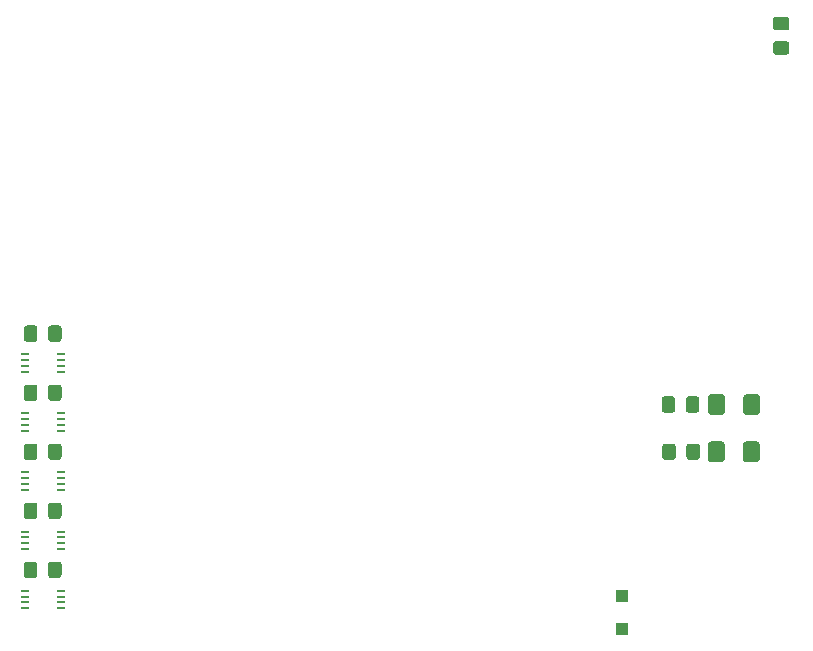
<source format=gbr>
G04 #@! TF.GenerationSoftware,KiCad,Pcbnew,(5.99.0-1662-g9db296991)*
G04 #@! TF.CreationDate,2020-05-23T19:33:27+05:30*
G04 #@! TF.ProjectId,Locker1,4c6f636b-6572-4312-9e6b-696361645f70,rev?*
G04 #@! TF.SameCoordinates,Original*
G04 #@! TF.FileFunction,Paste,Top*
G04 #@! TF.FilePolarity,Positive*
%FSLAX46Y46*%
G04 Gerber Fmt 4.6, Leading zero omitted, Abs format (unit mm)*
G04 Created by KiCad (PCBNEW (5.99.0-1662-g9db296991)) date 2020-05-23 19:33:27*
%MOMM*%
%LPD*%
G01*
G04 APERTURE LIST*
%ADD10R,0.750000X0.250000*%
%ADD11R,1.100000X1.100000*%
G04 APERTURE END LIST*
D10*
X34550000Y-47750000D03*
X34550000Y-48250000D03*
X34550000Y-48750000D03*
X34550000Y-49250000D03*
X31450000Y-49250000D03*
X31450000Y-48750000D03*
X31450000Y-48250000D03*
X31450000Y-47750000D03*
X34550000Y-67750000D03*
X34550000Y-68250000D03*
X34550000Y-68750000D03*
X34550000Y-69250000D03*
X31450000Y-69250000D03*
X31450000Y-68750000D03*
X31450000Y-68250000D03*
X31450000Y-67750000D03*
X34550000Y-62750000D03*
X34550000Y-63250000D03*
X34550000Y-63750000D03*
X34550000Y-64250000D03*
X31450000Y-64250000D03*
X31450000Y-63750000D03*
X31450000Y-63250000D03*
X31450000Y-62750000D03*
X34550000Y-57750000D03*
X34550000Y-58250000D03*
X34550000Y-58750000D03*
X34550000Y-59250000D03*
X31450000Y-59250000D03*
X31450000Y-58750000D03*
X31450000Y-58250000D03*
X31450000Y-57750000D03*
X34550000Y-52750000D03*
X34550000Y-53250000D03*
X34550000Y-53750000D03*
X34550000Y-54250000D03*
X31450000Y-54250000D03*
X31450000Y-53750000D03*
X31450000Y-53250000D03*
X31450000Y-52750000D03*
G36*
G01*
X33425000Y-66450001D02*
X33425000Y-65549999D01*
G75*
G02*
X33674999Y-65300000I249999J0D01*
G01*
X34325001Y-65300000D01*
G75*
G02*
X34575000Y-65549999I0J-249999D01*
G01*
X34575000Y-66450001D01*
G75*
G02*
X34325001Y-66700000I-249999J0D01*
G01*
X33674999Y-66700000D01*
G75*
G02*
X33425000Y-66450001I0J249999D01*
G01*
G37*
G36*
G01*
X31375000Y-66450001D02*
X31375000Y-65549999D01*
G75*
G02*
X31624999Y-65300000I249999J0D01*
G01*
X32275001Y-65300000D01*
G75*
G02*
X32525000Y-65549999I0J-249999D01*
G01*
X32525000Y-66450001D01*
G75*
G02*
X32275001Y-66700000I-249999J0D01*
G01*
X31624999Y-66700000D01*
G75*
G02*
X31375000Y-66450001I0J249999D01*
G01*
G37*
G36*
G01*
X33425000Y-61450001D02*
X33425000Y-60549999D01*
G75*
G02*
X33674999Y-60300000I249999J0D01*
G01*
X34325001Y-60300000D01*
G75*
G02*
X34575000Y-60549999I0J-249999D01*
G01*
X34575000Y-61450001D01*
G75*
G02*
X34325001Y-61700000I-249999J0D01*
G01*
X33674999Y-61700000D01*
G75*
G02*
X33425000Y-61450001I0J249999D01*
G01*
G37*
G36*
G01*
X31375000Y-61450001D02*
X31375000Y-60549999D01*
G75*
G02*
X31624999Y-60300000I249999J0D01*
G01*
X32275001Y-60300000D01*
G75*
G02*
X32525000Y-60549999I0J-249999D01*
G01*
X32525000Y-61450001D01*
G75*
G02*
X32275001Y-61700000I-249999J0D01*
G01*
X31624999Y-61700000D01*
G75*
G02*
X31375000Y-61450001I0J249999D01*
G01*
G37*
G36*
G01*
X33425000Y-56450001D02*
X33425000Y-55549999D01*
G75*
G02*
X33674999Y-55300000I249999J0D01*
G01*
X34325001Y-55300000D01*
G75*
G02*
X34575000Y-55549999I0J-249999D01*
G01*
X34575000Y-56450001D01*
G75*
G02*
X34325001Y-56700000I-249999J0D01*
G01*
X33674999Y-56700000D01*
G75*
G02*
X33425000Y-56450001I0J249999D01*
G01*
G37*
G36*
G01*
X31375000Y-56450001D02*
X31375000Y-55549999D01*
G75*
G02*
X31624999Y-55300000I249999J0D01*
G01*
X32275001Y-55300000D01*
G75*
G02*
X32525000Y-55549999I0J-249999D01*
G01*
X32525000Y-56450001D01*
G75*
G02*
X32275001Y-56700000I-249999J0D01*
G01*
X31624999Y-56700000D01*
G75*
G02*
X31375000Y-56450001I0J249999D01*
G01*
G37*
G36*
G01*
X33425000Y-51450001D02*
X33425000Y-50549999D01*
G75*
G02*
X33674999Y-50300000I249999J0D01*
G01*
X34325001Y-50300000D01*
G75*
G02*
X34575000Y-50549999I0J-249999D01*
G01*
X34575000Y-51450001D01*
G75*
G02*
X34325001Y-51700000I-249999J0D01*
G01*
X33674999Y-51700000D01*
G75*
G02*
X33425000Y-51450001I0J249999D01*
G01*
G37*
G36*
G01*
X31375000Y-51450001D02*
X31375000Y-50549999D01*
G75*
G02*
X31624999Y-50300000I249999J0D01*
G01*
X32275001Y-50300000D01*
G75*
G02*
X32525000Y-50549999I0J-249999D01*
G01*
X32525000Y-51450001D01*
G75*
G02*
X32275001Y-51700000I-249999J0D01*
G01*
X31624999Y-51700000D01*
G75*
G02*
X31375000Y-51450001I0J249999D01*
G01*
G37*
G36*
G01*
X33425000Y-46450001D02*
X33425000Y-45549999D01*
G75*
G02*
X33674999Y-45300000I249999J0D01*
G01*
X34325001Y-45300000D01*
G75*
G02*
X34575000Y-45549999I0J-249999D01*
G01*
X34575000Y-46450001D01*
G75*
G02*
X34325001Y-46700000I-249999J0D01*
G01*
X33674999Y-46700000D01*
G75*
G02*
X33425000Y-46450001I0J249999D01*
G01*
G37*
G36*
G01*
X31375000Y-46450001D02*
X31375000Y-45549999D01*
G75*
G02*
X31624999Y-45300000I249999J0D01*
G01*
X32275001Y-45300000D01*
G75*
G02*
X32525000Y-45549999I0J-249999D01*
G01*
X32525000Y-46450001D01*
G75*
G02*
X32275001Y-46700000I-249999J0D01*
G01*
X31624999Y-46700000D01*
G75*
G02*
X31375000Y-46450001I0J249999D01*
G01*
G37*
G36*
G01*
X86575000Y-55549999D02*
X86575000Y-56450001D01*
G75*
G02*
X86325001Y-56700000I-249999J0D01*
G01*
X85674999Y-56700000D01*
G75*
G02*
X85425000Y-56450001I0J249999D01*
G01*
X85425000Y-55549999D01*
G75*
G02*
X85674999Y-55300000I249999J0D01*
G01*
X86325001Y-55300000D01*
G75*
G02*
X86575000Y-55549999I0J-249999D01*
G01*
G37*
G36*
G01*
X88625000Y-55549999D02*
X88625000Y-56450001D01*
G75*
G02*
X88375001Y-56700000I-249999J0D01*
G01*
X87724999Y-56700000D01*
G75*
G02*
X87475000Y-56450001I0J249999D01*
G01*
X87475000Y-55549999D01*
G75*
G02*
X87724999Y-55300000I249999J0D01*
G01*
X88375001Y-55300000D01*
G75*
G02*
X88625000Y-55549999I0J-249999D01*
G01*
G37*
G36*
G01*
X95950001Y-20325000D02*
X95049999Y-20325000D01*
G75*
G02*
X94800000Y-20075001I0J249999D01*
G01*
X94800000Y-19424999D01*
G75*
G02*
X95049999Y-19175000I249999J0D01*
G01*
X95950001Y-19175000D01*
G75*
G02*
X96200000Y-19424999I0J-249999D01*
G01*
X96200000Y-20075001D01*
G75*
G02*
X95950001Y-20325000I-249999J0D01*
G01*
G37*
G36*
G01*
X95950001Y-22375000D02*
X95049999Y-22375000D01*
G75*
G02*
X94800000Y-22125001I0J249999D01*
G01*
X94800000Y-21474999D01*
G75*
G02*
X95049999Y-21225000I249999J0D01*
G01*
X95950001Y-21225000D01*
G75*
G02*
X96200000Y-21474999I0J-249999D01*
G01*
X96200000Y-22125001D01*
G75*
G02*
X95950001Y-22375000I-249999J0D01*
G01*
G37*
G36*
G01*
X86525000Y-51549999D02*
X86525000Y-52450001D01*
G75*
G02*
X86275001Y-52700000I-249999J0D01*
G01*
X85624999Y-52700000D01*
G75*
G02*
X85375000Y-52450001I0J249999D01*
G01*
X85375000Y-51549999D01*
G75*
G02*
X85624999Y-51300000I249999J0D01*
G01*
X86275001Y-51300000D01*
G75*
G02*
X86525000Y-51549999I0J-249999D01*
G01*
G37*
G36*
G01*
X88575000Y-51549999D02*
X88575000Y-52450001D01*
G75*
G02*
X88325001Y-52700000I-249999J0D01*
G01*
X87674999Y-52700000D01*
G75*
G02*
X87425000Y-52450001I0J249999D01*
G01*
X87425000Y-51549999D01*
G75*
G02*
X87674999Y-51300000I249999J0D01*
G01*
X88325001Y-51300000D01*
G75*
G02*
X88575000Y-51549999I0J-249999D01*
G01*
G37*
G36*
G01*
X90712500Y-55375000D02*
X90712500Y-56625000D01*
G75*
G02*
X90462500Y-56875000I-250000J0D01*
G01*
X89537500Y-56875000D01*
G75*
G02*
X89287500Y-56625000I0J250000D01*
G01*
X89287500Y-55375000D01*
G75*
G02*
X89537500Y-55125000I250000J0D01*
G01*
X90462500Y-55125000D01*
G75*
G02*
X90712500Y-55375000I0J-250000D01*
G01*
G37*
G36*
G01*
X93687500Y-55375000D02*
X93687500Y-56625000D01*
G75*
G02*
X93437500Y-56875000I-250000J0D01*
G01*
X92512500Y-56875000D01*
G75*
G02*
X92262500Y-56625000I0J250000D01*
G01*
X92262500Y-55375000D01*
G75*
G02*
X92512500Y-55125000I250000J0D01*
G01*
X93437500Y-55125000D01*
G75*
G02*
X93687500Y-55375000I0J-250000D01*
G01*
G37*
G36*
G01*
X92287500Y-52625000D02*
X92287500Y-51375000D01*
G75*
G02*
X92537500Y-51125000I250000J0D01*
G01*
X93462500Y-51125000D01*
G75*
G02*
X93712500Y-51375000I0J-250000D01*
G01*
X93712500Y-52625000D01*
G75*
G02*
X93462500Y-52875000I-250000J0D01*
G01*
X92537500Y-52875000D01*
G75*
G02*
X92287500Y-52625000I0J250000D01*
G01*
G37*
G36*
G01*
X89312500Y-52625000D02*
X89312500Y-51375000D01*
G75*
G02*
X89562500Y-51125000I250000J0D01*
G01*
X90487500Y-51125000D01*
G75*
G02*
X90737500Y-51375000I0J-250000D01*
G01*
X90737500Y-52625000D01*
G75*
G02*
X90487500Y-52875000I-250000J0D01*
G01*
X89562500Y-52875000D01*
G75*
G02*
X89312500Y-52625000I0J250000D01*
G01*
G37*
D11*
X82000000Y-68200000D03*
X82000000Y-71000000D03*
M02*

</source>
